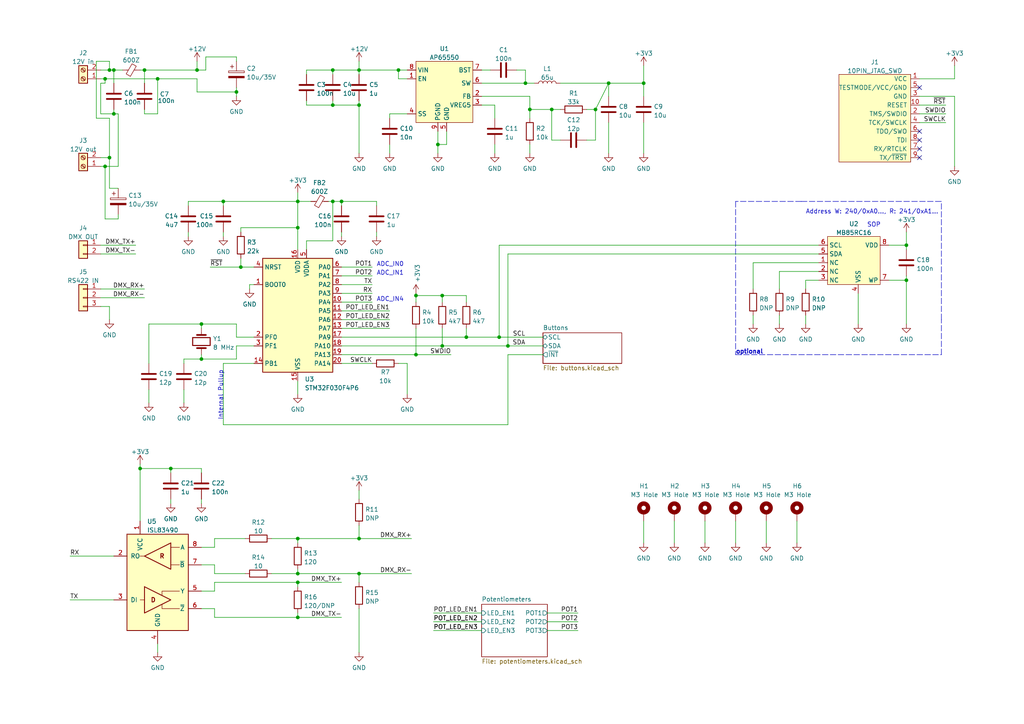
<source format=kicad_sch>
(kicad_sch (version 20211123) (generator eeschema)
  (paper "A4")
  (title_block (title "Microscope Ring Light Remote") (date "2022-07-23") (rev "v1.0") (company "Shimatta"))
  (lib_symbols
    (symbol "Connector:Screw_Terminal_01x02" (pin_names (offset 1.016) hide)
      (property "Reference" "J" (at 0 2.54 0))
      (property "Value" "Screw_Terminal_01x02" (at 0 -5.08 0))
      (symbol "Screw_Terminal_01x02_1_1"
        (rectangle (start -1.27 1.27) (end 1.27 -3.81) (stroke (width 0.254)) (fill (type background)))
        (circle (center 0 -2.54) (radius 0.635) (stroke (width 0.1524)))
        (polyline (pts (xy -0.5334 -2.2098) (xy 0.3302 -3.048)) (stroke (width 0.1524)))
        (polyline (pts (xy -0.5334 0.3302) (xy 0.3302 -0.508)) (stroke (width 0.1524)))
        (polyline (pts (xy -0.3556 -2.032) (xy 0.508 -2.8702)) (stroke (width 0.1524)))
        (polyline (pts (xy -0.3556 0.508) (xy 0.508 -0.3302)) (stroke (width 0.1524)))
        (circle (center 0 0) (radius 0.635) (stroke (width 0.1524)))
        (pin passive line (at -5.08 0 0) (length 3.81) (name "Pin_1") (number "1"))
        (pin passive line (at -5.08 -2.54 0) (length 3.81) (name "Pin_2") (number "2"))
      )
    )
    (symbol "Connector_Generic:Conn_01x02" (pin_names (offset 1.016) hide)
      (property "Reference" "J" (at 0 2.54 0))
      (property "Value" "Conn_01x02" (at 0 -5.08 0))
      (symbol "Conn_01x02_1_1"
        (rectangle (start -1.27 -2.413) (end 0 -2.667) (stroke (width 0.1524)))
        (rectangle (start -1.27 0.127) (end 0 -0.127) (stroke (width 0.1524)))
        (rectangle (start -1.27 1.27) (end 1.27 -3.81) (stroke (width 0.254)) (fill (type background)))
        (pin passive line (at -5.08 0 0) (length 3.81) (name "Pin_1") (number "1"))
        (pin passive line (at -5.08 -2.54 0) (length 3.81) (name "Pin_2") (number "2"))
      )
    )
    (symbol "Connector_Generic:Conn_01x03" (pin_names (offset 1.016) hide)
      (property "Reference" "J" (at 0 5.08 0))
      (property "Value" "Conn_01x03" (at 0 -5.08 0))
      (symbol "Conn_01x03_1_1"
        (rectangle (start -1.27 -2.413) (end 0 -2.667) (stroke (width 0.1524)))
        (rectangle (start -1.27 0.127) (end 0 -0.127) (stroke (width 0.1524)))
        (rectangle (start -1.27 2.667) (end 0 2.413) (stroke (width 0.1524)))
        (rectangle (start -1.27 3.81) (end 1.27 -3.81) (stroke (width 0.254)) (fill (type background)))
        (pin passive line (at -5.08 2.54 0) (length 3.81) (name "Pin_1") (number "1"))
        (pin passive line (at -5.08 0 0) (length 3.81) (name "Pin_2") (number "2"))
        (pin passive line (at -5.08 -2.54 0) (length 3.81) (name "Pin_3") (number "3"))
      )
    )
    (symbol "Device:C" (pin_numbers hide) (pin_names (offset 0.254))
      (property "Reference" "C" (at 0.635 2.54 0))
      (property "Value" "C" (at 0.635 -2.54 0))
      (symbol "C_0_1"
        (polyline (pts (xy -2.032 -0.762) (xy 2.032 -0.762)) (stroke (width 0.508)))
        (polyline (pts (xy -2.032 0.762) (xy 2.032 0.762)) (stroke (width 0.508)))
      )
      (symbol "C_1_1"
        (pin passive line (at 0 3.81 270) (length 2.794) (name "~") (number "1"))
        (pin passive line (at 0 -3.81 90) (length 2.794) (name "~") (number "2"))
      )
    )
    (symbol "Device:C_Polarized" (pin_numbers hide) (pin_names (offset 0.254))
      (property "Reference" "C" (at 0.635 2.54 0))
      (property "Value" "C_Polarized" (at 0.635 -2.54 0))
      (symbol "C_Polarized_0_1"
        (rectangle (start -2.286 0.508) (end 2.286 1.016))
        (polyline (pts (xy -1.778 2.286) (xy -0.762 2.286)))
        (polyline (pts (xy -1.27 2.794) (xy -1.27 1.778)))
        (rectangle (start 2.286 -0.508) (end -2.286 -1.016) (fill (type outline)))
      )
      (symbol "C_Polarized_1_1"
        (pin passive line (at 0 3.81 270) (length 2.794) (name "~") (number "1"))
        (pin passive line (at 0 -3.81 90) (length 2.794) (name "~") (number "2"))
      )
    )
    (symbol "Device:Crystal" (pin_numbers hide) (pin_names (offset 1.016) hide)
      (property "Reference" "Y" (at 0 3.81 0))
      (property "Value" "Crystal" (at 0 -3.81 0))
      (symbol "Crystal_0_1"
        (rectangle (start -1.143 2.54) (end 1.143 -2.54) (stroke (width 0.3048)))
        (polyline (pts (xy -2.54 0) (xy -1.905 0)))
        (polyline (pts (xy -1.905 -1.27) (xy -1.905 1.27)) (stroke (width 0.508)))
        (polyline (pts (xy 1.905 -1.27) (xy 1.905 1.27)) (stroke (width 0.508)))
        (polyline (pts (xy 2.54 0) (xy 1.905 0)))
      )
      (symbol "Crystal_1_1"
        (pin passive line (at -3.81 0 0) (length 1.27) (name "1") (number "1"))
        (pin passive line (at 3.81 0 180) (length 1.27) (name "2") (number "2"))
      )
    )
    (symbol "Device:FerriteBead_Small" (pin_numbers hide) (pin_names (offset 0))
      (property "Reference" "FB" (at 1.905 1.27 0))
      (property "Value" "FerriteBead_Small" (at 1.905 -1.27 0))
      (symbol "FerriteBead_Small_0_1"
        (polyline (pts (xy 0 -1.27) (xy 0 -0.7874)))
        (polyline (pts (xy 0 0.889) (xy 0 1.2954)))
        (polyline (pts (xy -1.8288 0.2794) (xy -1.1176 1.4986) (xy 1.8288 -0.2032) (xy 1.1176 -1.4224) (xy -1.8288 0.2794)))
      )
      (symbol "FerriteBead_Small_1_1"
        (pin passive line (at 0 2.54 270) (length 1.27) (name "~") (number "1"))
        (pin passive line (at 0 -2.54 90) (length 1.27) (name "~") (number "2"))
      )
    )
    (symbol "Device:L" (pin_numbers hide) (pin_names (offset 1.016) hide)
      (property "Reference" "L" (at -1.27 0 90))
      (property "Value" "L" (at 1.905 0 90))
      (symbol "L_0_1"
        (arc (start 0 -2.54) (mid 0.635 -1.905) (end 0 -1.27))
        (arc (start 0 -1.27) (mid 0.635 -0.635) (end 0 0))
        (arc (start 0 0) (mid 0.635 0.635) (end 0 1.27))
        (arc (start 0 1.27) (mid 0.635 1.905) (end 0 2.54))
      )
      (symbol "L_1_1"
        (pin passive line (at 0 3.81 270) (length 1.27) (name "1") (number "1"))
        (pin passive line (at 0 -3.81 90) (length 1.27) (name "2") (number "2"))
      )
    )
    (symbol "Device:R" (pin_numbers hide) (pin_names (offset 0))
      (property "Reference" "R" (at 2.032 0 90))
      (property "Value" "R" (at 0 0 90))
      (symbol "R_0_1"
        (rectangle (start -1.016 -2.54) (end 1.016 2.54) (stroke (width 0.254)))
      )
      (symbol "R_1_1"
        (pin passive line (at 0 3.81 270) (length 1.27) (name "~") (number "1"))
        (pin passive line (at 0 -3.81 90) (length 1.27) (name "~") (number "2"))
      )
    )
    (symbol "MCU_ST_STM32F0:STM32F030F4Px"
      (property "Reference" "U" (at -10.16 16.51 0))
      (property "Value" "STM32F030F4Px" (at 5.08 16.51 0))
      (symbol "STM32F030F4Px_0_1"
        (rectangle (start -10.16 -17.78) (end 10.16 15.24) (stroke (width 0.254)) (fill (type background)))
      )
      (symbol "STM32F030F4Px_1_1"
        (pin input line (at -12.7 7.62 0) (length 2.54) (name "BOOT0") (number "1"))
        (pin bidirectional line (at 12.7 2.54 180) (length 2.54) (name "PA4") (number "10"))
        (pin bidirectional line (at 12.7 0 180) (length 2.54) (name "PA5") (number "11"))
        (pin bidirectional line (at 12.7 -2.54 180) (length 2.54) (name "PA6") (number "12"))
        (pin bidirectional line (at 12.7 -5.08 180) (length 2.54) (name "PA7") (number "13"))
        (pin bidirectional line (at -12.7 -15.24 0) (length 2.54) (name "PB1") (number "14"))
        (pin power_in line (at 0 -20.32 90) (length 2.54) (name "VSS") (number "15"))
        (pin power_in line (at 0 17.78 270) (length 2.54) (name "VDD") (number "16"))
        (pin bidirectional line (at 12.7 -7.62 180) (length 2.54) (name "PA9") (number "17"))
        (pin bidirectional line (at 12.7 -10.16 180) (length 2.54) (name "PA10") (number "18"))
        (pin bidirectional line (at 12.7 -12.7 180) (length 2.54) (name "PA13") (number "19"))
        (pin input line (at -12.7 -7.62 0) (length 2.54) (name "PF0") (number "2"))
        (pin bidirectional line (at 12.7 -15.24 180) (length 2.54) (name "PA14") (number "20"))
        (pin input line (at -12.7 -10.16 0) (length 2.54) (name "PF1") (number "3"))
        (pin input line (at -12.7 12.7 0) (length 2.54) (name "NRST") (number "4"))
        (pin power_in line (at 2.54 17.78 270) (length 2.54) (name "VDDA") (number "5"))
        (pin bidirectional line (at 12.7 12.7 180) (length 2.54) (name "PA0") (number "6"))
        (pin bidirectional line (at 12.7 10.16 180) (length 2.54) (name "PA1") (number "7"))
        (pin bidirectional line (at 12.7 7.62 180) (length 2.54) (name "PA2") (number "8"))
        (pin bidirectional line (at 12.7 5.08 180) (length 2.54) (name "PA3") (number "9"))
      )
    )
    (symbol "Mechanical:MountingHole_Pad" (pin_numbers hide) (pin_names (offset 1.016) hide)
      (property "Reference" "H" (at 0 6.35 0))
      (property "Value" "MountingHole_Pad" (at 0 4.445 0))
      (symbol "MountingHole_Pad_0_1"
        (circle (center 0 1.27) (radius 1.27) (stroke (width 1.27)))
      )
      (symbol "MountingHole_Pad_1_1"
        (pin input line (at 0 -2.54 90) (length 2.54) (name "1") (number "1"))
      )
    )
    (symbol "power:+12V" (power) (pin_names (offset 0))
      (property "Value" "+12V" (at 0 3.556 0))
      (symbol "+12V_0_1"
        (polyline (pts (xy -0.762 1.27) (xy 0 2.54)))
        (polyline (pts (xy 0 0) (xy 0 2.54)))
        (polyline (pts (xy 0 2.54) (xy 0.762 1.27)))
      )
      (symbol "+12V_1_1"
        (pin power_in line (at 0 0 90) (length 0) hide (name "+12V") (number "1"))
      )
    )
    (symbol "power:+3V3" (power) (pin_names (offset 0))
      (property "Value" "+3V3" (at 0 3.556 0))
      (symbol "+3V3_0_1"
        (polyline (pts (xy -0.762 1.27) (xy 0 2.54)))
        (polyline (pts (xy 0 0) (xy 0 2.54)))
        (polyline (pts (xy 0 2.54) (xy 0.762 1.27)))
      )
      (symbol "+3V3_1_1"
        (pin power_in line (at 0 0 90) (length 0) hide (name "+3V3") (number "1"))
      )
    )
    (symbol "power:GND" (power) (pin_names (offset 0))
      (property "Value" "GND" (at 0 -3.81 0))
      (symbol "GND_0_1"
        (polyline (pts (xy 0 0) (xy 0 -1.27) (xy 1.27 -1.27) (xy 0 -2.54) (xy -1.27 -1.27) (xy 0 -1.27)))
      )
      (symbol "GND_1_1"
        (pin power_in line (at 0 0 270) (length 0) hide (name "GND") (number "1"))
      )
    )
    (symbol "shimatta_connectors:10PIN_JTAG_SWD" (pin_names (offset 1.016))
      (property "Reference" "J" (at -7.112 1.016 0))
      (property "Value" "10PIN_JTAG_SWD" (at 0.254 2.794 0))
      (symbol "10PIN_JTAG_SWD_0_1"
        (rectangle (start -20.828 0) (end 0 -25.4) (fill (type background)))
      )
      (symbol "10PIN_JTAG_SWD_1_1"
        (pin passive line (at 2.54 -1.27 180) (length 2.54) (name "VCC") (number "1"))
        (pin passive line (at 2.54 -8.89 180) (length 2.54) (name "RESET") (number "10"))
        (pin passive line (at 2.54 -11.43 180) (length 2.54) (name "TMS/SWDIO") (number "2"))
        (pin passive line (at 2.54 -6.35 180) (length 2.54) (name "GND") (number "3"))
        (pin passive line (at 2.54 -13.97 180) (length 2.54) (name "TCK/SWCLK") (number "4"))
        (pin passive line (at 2.54 -3.81 180) (length 2.54) (name "TESTMODE/VCC/GND") (number "5"))
        (pin passive line (at 2.54 -16.51 180) (length 2.54) (name "TDO/SWO") (number "6"))
        (pin passive line (at 2.54 -21.59 180) (length 2.54) (name "RX/RTCLK") (number "7"))
        (pin passive line (at 2.54 -19.05 180) (length 2.54) (name "TDI") (number "8"))
        (pin passive line (at 2.54 -24.13 180) (length 2.54) (name "TX/~{TRST}") (number "9"))
      )
    )
    (symbol "shimatta_interface:ISL83490" (pin_names (offset 1.016))
      (property "Reference" "U" (at -7.62 -15.24 0))
      (property "Value" "ISL83490" (at 0 15.24 0))
      (symbol "ISL83490_0_0"
        (text "D" (at -1.27 -5.08 0) (effects (font (size 1.27 1.27) bold)))
        (text "R" (at 1.27 7.62 0) (effects (font (size 1.27 1.27) bold)))
      )
      (symbol "ISL83490_0_1"
        (rectangle (start -8.89 13.97) (end 8.89 -13.97) (stroke (width 0.254)) (fill (type background)))
        (polyline (pts (xy -5.08 -5.08) (xy -3.81 -5.08)))
        (polyline (pts (xy -3.81 7.62) (xy -5.08 7.62)))
        (polyline (pts (xy 6.35 5.08) (xy 3.81 5.08) (xy 3.81 5.08)))
        (polyline (pts (xy 6.35 10.16) (xy 3.81 10.16) (xy 3.81 10.16)))
        (polyline (pts (xy 6.35 -7.62) (xy 1.27 -7.62) (xy 1.27 -6.35) (xy 1.27 -6.35)))
        (polyline (pts (xy 6.35 -2.54) (xy 1.27 -2.54) (xy 1.27 -3.81) (xy 1.27 -3.81)))
        (polyline (pts (xy -3.81 -1.27) (xy -3.81 -8.89) (xy 3.81 -5.08) (xy -3.81 -1.27) (xy -3.81 -1.27)) (stroke (width 0.254)))
        (polyline (pts (xy 3.81 11.43) (xy 3.81 3.81) (xy -3.81 7.62) (xy 3.81 11.43) (xy 3.81 11.43)) (stroke (width 0.254)))
      )
      (symbol "ISL83490_1_1"
        (pin power_in line (at -5.08 17.78 270) (length 3.81) (name "VCC") (number "1"))
        (pin output line (at -12.7 7.62 0) (length 3.81) (name "RO") (number "2"))
        (pin input line (at -12.7 -5.08 0) (length 3.81) (name "DI") (number "3"))
        (pin power_in line (at 0 -17.78 90) (length 3.81) (name "GND") (number "4"))
        (pin output line (at 12.7 -2.54 180) (length 3.81) (name "Y") (number "5"))
        (pin output line (at 12.7 -7.62 180) (length 3.81) (name "~{Z}") (number "6"))
        (pin input line (at 12.7 5.08 180) (length 3.81) (name "~{B}") (number "7"))
        (pin input line (at 12.7 10.16 180) (length 3.81) (name "A") (number "8"))
      )
    )
    (symbol "shimatta_ram:MB85RC16"
      (property "Reference" "U" (at 17.78 1.27 0))
      (property "Value" "MB85RC16" (at 5.08 1.27 0))
      (symbol "MB85RC16_0_1"
        (rectangle (start 0 0) (end 15.24 -13.97) (stroke (width 0.1524)) (fill (type background)))
      )
      (symbol "MB85RC16_1_1"
        (pin input line (at -2.54 -7.62 0) (length 2.54) (name "NC") (number "1"))
        (pin input line (at -2.54 -10.16 0) (length 2.54) (name "NC") (number "2"))
        (pin input line (at -2.54 -12.7 0) (length 2.54) (name "NC") (number "3"))
        (pin power_in line (at 8.89 -16.51 90) (length 2.54) (name "VSS") (number "4"))
        (pin bidirectional line (at -2.54 -5.08 0) (length 2.54) (name "SDA") (number "5"))
        (pin bidirectional line (at -2.54 -2.54 0) (length 2.54) (name "SCL") (number "6"))
        (pin input line (at 17.78 -12.7 180) (length 2.54) (name "WP") (number "7"))
        (pin power_in line (at 17.78 -2.54 180) (length 2.54) (name "VDD") (number "8"))
      )
    )
    (symbol "shimatta_regulators:AP65550"
      (property "Reference" "U" (at 1.27 1.27 0))
      (property "Value" "AP65550" (at 12.7 1.27 0))
      (symbol "AP65550_0_1"
        (rectangle (start 0 0) (end 16.51 -17.78) (stroke (width 0.1524)) (fill (type background)))
      )
      (symbol "AP65550_1_1"
        (pin input line (at -2.54 -5.08 0) (length 2.54) (name "EN") (number "1"))
        (pin input line (at 19.05 -10.16 180) (length 2.54) (name "FB") (number "2"))
        (pin passive line (at 19.05 -12.7 180) (length 2.54) (name "VREG5") (number "3"))
        (pin passive line (at -2.54 -15.24 0) (length 2.54) (name "SS") (number "4"))
        (pin power_in line (at 8.89 -20.32 90) (length 2.54) (name "GND") (number "5"))
        (pin power_out line (at 19.05 -6.35 180) (length 2.54) (name "SW") (number "6"))
        (pin passive line (at 19.05 -2.54 180) (length 2.54) (name "BST") (number "7"))
        (pin power_in line (at -2.54 -2.54 0) (length 2.54) (name "VIN") (number "8"))
        (pin power_in line (at 6.35 -20.32 90) (length 2.54) (name "PGND") (number "9"))
      )
    )
  )
  (junction (at 49.53 135.89))
  (junction (at 57.15 20.32))
  (junction (at 69.85 77.47))
  (junction (at 68.58 26.67))
  (junction (at 96.52 58.42))
  (junction (at 176.53 24.13))
  (junction (at 41.91 20.32))
  (junction (at 86.36 168.91))
  (junction (at 127 41.91))
  (junction (at 96.52 20.32))
  (junction (at 135.255 97.79))
  (junction (at 58.42 104.14))
  (junction (at 86.36 66.04))
  (junction (at 30.48 22.86))
  (junction (at 86.36 58.42))
  (junction (at 30.48 48.26))
  (junction (at 262.89 81.28))
  (junction (at 147.32 100.33))
  (junction (at 40.64 135.89))
  (junction (at 160.02 31.75))
  (junction (at 186.69 24.13))
  (junction (at 99.06 58.42))
  (junction (at 86.36 156.21))
  (junction (at 33.02 20.32))
  (junction (at 115.57 20.32))
  (junction (at 58.42 93.98))
  (junction (at 172.72 31.75))
  (junction (at 152.4 24.13))
  (junction (at 128.27 100.33))
  (junction (at 86.36 166.37))
  (junction (at 104.14 30.48))
  (junction (at 120.65 102.87))
  (junction (at 153.67 31.75))
  (junction (at 31.75 45.72))
  (junction (at 96.52 30.48))
  (junction (at 31.75 20.32))
  (junction (at 86.36 179.07))
  (junction (at 262.89 71.12))
  (junction (at 104.14 166.37))
  (junction (at 128.27 85.725))
  (junction (at 64.77 58.42))
  (junction (at 45.72 22.86))
  (junction (at 104.14 20.32))
  (junction (at 120.65 85.725))
  (junction (at 104.14 156.21))
  (junction (at 33.02 33.02))
  (junction (at 144.78 97.79))
  (no_connect (at 266.7 38.1))
  (no_connect (at 266.7 40.64))
  (no_connect (at 266.7 45.72))
  (no_connect (at 266.7 43.18))
  (no_connect (at 266.7 25.4))
  (wire (pts (xy 99.06 67.31) (xy 99.06 68.58)))
  (wire (pts (xy 78.74 156.21) (xy 86.36 156.21)))
  (wire (pts (xy 64.77 58.42) (xy 86.36 58.42)))
  (wire (pts (xy 86.36 156.21) (xy 86.36 157.48)))
  (wire (pts (xy 86.36 156.21) (xy 104.14 156.21)))
  (wire (pts (xy 104.14 17.78) (xy 104.14 20.32)))
  (wire (pts (xy 153.67 41.91) (xy 153.67 44.45)))
  (wire (pts (xy 120.65 85.725) (xy 120.65 85.09)))
  (wire (pts (xy 40.64 135.89) (xy 40.64 151.13)))
  (wire (pts (xy 125.73 180.34) (xy 139.7 180.34)))
  (wire (pts (xy 226.06 78.74) (xy 226.06 83.82)))
  (wire (pts (xy 176.53 24.13) (xy 186.69 24.13)))
  (wire (pts (xy 129.54 41.91) (xy 129.54 38.1)))
  (wire (pts (xy 73.66 82.55) (xy 72.39 82.55)))
  (wire (pts (xy 153.67 27.94) (xy 139.7 27.94)))
  (wire (pts (xy 109.22 58.42) (xy 109.22 59.69)))
  (wire (pts (xy 104.14 20.32) (xy 104.14 21.59)))
  (wire (pts (xy 31.75 34.29) (xy 27.94 34.29)))
  (wire (pts (xy 147.32 73.66) (xy 237.49 73.66)))
  (wire (pts (xy 128.27 100.33) (xy 147.32 100.33)))
  (wire (pts (xy 231.14 151.13) (xy 231.14 157.48)))
  (wire (pts (xy 30.48 22.86) (xy 45.72 22.86)))
  (wire (pts (xy 62.23 171.45) (xy 62.23 168.91)))
  (wire (pts (xy 99.06 82.55) (xy 107.95 82.55)))
  (wire (pts (xy 58.42 176.53) (xy 62.23 176.53)))
  (wire (pts (xy 115.57 20.32) (xy 104.14 20.32)))
  (wire (pts (xy 86.36 110.49) (xy 86.36 114.3)))
  (wire (pts (xy 64.77 67.31) (xy 64.77 68.58)))
  (wire (pts (xy 213.36 151.13) (xy 213.36 157.48)))
  (wire (pts (xy 34.29 62.23) (xy 34.29 63.5)))
  (wire (pts (xy 99.06 58.42) (xy 109.22 58.42)))
  (wire (pts (xy 43.18 93.98) (xy 43.18 105.41)))
  (wire (pts (xy 128.27 85.725) (xy 135.255 85.725)))
  (wire (pts (xy 172.72 40.64) (xy 172.72 31.75)))
  (wire (pts (xy 172.72 31.75) (xy 176.53 24.13)))
  (wire (pts (xy 96.52 30.48) (xy 88.9 30.48)))
  (wire (pts (xy 64.77 105.41) (xy 64.77 123.19)))
  (wire (pts (xy 62.23 166.37) (xy 71.12 166.37)))
  (wire (pts (xy 99.06 58.42) (xy 99.06 59.69)))
  (wire (pts (xy 218.44 91.44) (xy 218.44 93.98)))
  (wire (pts (xy 186.69 24.13) (xy 186.69 27.94)))
  (wire (pts (xy 157.48 102.87) (xy 147.32 102.87)))
  (wire (pts (xy 31.75 45.72) (xy 31.75 54.61)))
  (wire (pts (xy 58.42 158.75) (xy 62.23 158.75)))
  (wire (pts (xy 120.65 87.63) (xy 120.65 85.725)))
  (wire (pts (xy 40.64 134.62) (xy 40.64 135.89)))
  (wire (pts (xy 88.9 21.59) (xy 88.9 20.32)))
  (wire (pts (xy 115.57 22.86) (xy 115.57 20.32)))
  (wire (pts (xy 99.06 105.41) (xy 107.95 105.41)))
  (wire (pts (xy 59.69 20.32) (xy 57.15 20.32)))
  (wire (pts (xy 120.65 85.725) (xy 128.27 85.725)))
  (wire (pts (xy 54.61 67.31) (xy 54.61 68.58)))
  (wire (pts (xy 99.06 92.71) (xy 113.03 92.71)))
  (wire (pts (xy 160.02 31.75) (xy 162.56 31.75)))
  (wire (pts (xy 49.53 135.89) (xy 49.53 137.16)))
  (wire (pts (xy 147.32 73.66) (xy 147.32 100.33)))
  (wire (pts (xy 266.7 22.86) (xy 276.86 22.86)))
  (wire (pts (xy 266.7 30.48) (xy 274.32 30.48)))
  (wire (pts (xy 147.32 102.87) (xy 147.32 123.19)))
  (wire (pts (xy 29.21 86.36) (xy 41.91 86.36)))
  (wire (pts (xy 58.42 93.98) (xy 43.18 93.98)))
  (wire (pts (xy 99.06 100.33) (xy 128.27 100.33)))
  (wire (pts (xy 69.85 66.04) (xy 86.36 66.04)))
  (wire (pts (xy 128.27 95.25) (xy 128.27 100.33)))
  (wire (pts (xy 88.9 20.32) (xy 96.52 20.32)))
  (wire (pts (xy 58.42 171.45) (xy 62.23 171.45)))
  (wire (pts (xy 139.7 30.48) (xy 143.51 30.48)))
  (wire (pts (xy 127 41.91) (xy 127 44.45)))
  (wire (pts (xy 135.255 95.25) (xy 135.255 97.79)))
  (wire (pts (xy 64.77 105.41) (xy 73.66 105.41)))
  (wire (pts (xy 127 38.1) (xy 127 41.91)))
  (wire (pts (xy 64.77 58.42) (xy 64.77 59.69)))
  (polyline (pts (xy 273.05 102.87) (xy 273.05 92.71)))
  (wire (pts (xy 59.69 16.51) (xy 59.69 20.32)))
  (wire (pts (xy 153.67 31.75) (xy 160.02 31.75)))
  (wire (pts (xy 109.22 67.31) (xy 109.22 68.58)))
  (polyline (pts (xy 273.05 92.71) (xy 273.05 58.42)))
  (wire (pts (xy 96.52 58.42) (xy 96.52 69.85)))
  (wire (pts (xy 170.18 31.75) (xy 172.72 31.75)))
  (wire (pts (xy 68.58 104.14) (xy 58.42 104.14)))
  (wire (pts (xy 53.34 113.03) (xy 53.34 116.84)))
  (wire (pts (xy 62.23 158.75) (xy 62.23 156.21)))
  (wire (pts (xy 125.73 182.88) (xy 139.7 182.88)))
  (wire (pts (xy 68.58 26.67) (xy 68.58 27.94)))
  (wire (pts (xy 33.02 20.32) (xy 35.56 20.32)))
  (wire (pts (xy 57.15 26.67) (xy 68.58 26.67)))
  (wire (pts (xy 29.21 83.82) (xy 41.91 83.82)))
  (wire (pts (xy 29.21 73.66) (xy 39.37 73.66)))
  (wire (pts (xy 69.85 67.31) (xy 69.85 66.04)))
  (wire (pts (xy 266.7 27.94) (xy 276.86 27.94)))
  (wire (pts (xy 144.78 97.79) (xy 157.48 97.79)))
  (wire (pts (xy 104.14 142.24) (xy 104.14 144.78)))
  (wire (pts (xy 20.32 161.29) (xy 33.02 161.29)))
  (wire (pts (xy 45.72 33.02) (xy 45.72 22.86)))
  (wire (pts (xy 62.23 179.07) (xy 86.36 179.07)))
  (wire (pts (xy 27.94 34.29) (xy 27.94 17.78)))
  (wire (pts (xy 53.34 104.14) (xy 53.34 105.41)))
  (wire (pts (xy 86.36 179.07) (xy 99.06 179.07)))
  (wire (pts (xy 237.49 81.28) (xy 233.68 81.28)))
  (wire (pts (xy 96.52 20.32) (xy 104.14 20.32)))
  (wire (pts (xy 186.69 19.05) (xy 186.69 24.13)))
  (wire (pts (xy 158.75 177.8) (xy 167.64 177.8)))
  (wire (pts (xy 86.36 165.1) (xy 86.36 166.37)))
  (wire (pts (xy 135.255 97.79) (xy 144.78 97.79)))
  (wire (pts (xy 147.32 123.19) (xy 64.77 123.19)))
  (wire (pts (xy 233.68 81.28) (xy 233.68 83.82)))
  (wire (pts (xy 29.21 33.02) (xy 29.21 24.13)))
  (wire (pts (xy 33.02 31.75) (xy 33.02 33.02)))
  (wire (pts (xy 96.52 30.48) (xy 104.14 30.48)))
  (wire (pts (xy 158.75 182.88) (xy 167.64 182.88)))
  (wire (pts (xy 99.06 87.63) (xy 107.95 87.63)))
  (wire (pts (xy 248.92 85.09) (xy 248.92 93.98)))
  (wire (pts (xy 153.67 31.75) (xy 153.67 27.94)))
  (wire (pts (xy 58.42 163.83) (xy 62.23 163.83)))
  (wire (pts (xy 152.4 20.32) (xy 152.4 24.13)))
  (wire (pts (xy 176.53 24.13) (xy 176.53 27.94)))
  (wire (pts (xy 115.57 105.41) (xy 118.11 105.41)))
  (wire (pts (xy 104.14 29.21) (xy 104.14 30.48)))
  (wire (pts (xy 226.06 91.44) (xy 226.06 93.98)))
  (wire (pts (xy 144.78 71.12) (xy 237.49 71.12)))
  (wire (pts (xy 257.81 71.12) (xy 262.89 71.12)))
  (wire (pts (xy 86.36 168.91) (xy 86.36 170.18)))
  (wire (pts (xy 104.14 156.21) (xy 119.38 156.21)))
  (wire (pts (xy 262.89 67.31) (xy 262.89 71.12)))
  (wire (pts (xy 54.61 58.42) (xy 64.77 58.42)))
  (wire (pts (xy 96.52 58.42) (xy 99.06 58.42)))
  (wire (pts (xy 262.89 81.28) (xy 262.89 93.98)))
  (wire (pts (xy 57.15 17.78) (xy 57.15 20.32)))
  (wire (pts (xy 41.91 31.75) (xy 41.91 33.02)))
  (wire (pts (xy 276.86 19.05) (xy 276.86 22.86)))
  (wire (pts (xy 45.72 186.69) (xy 45.72 189.23)))
  (wire (pts (xy 30.48 63.5) (xy 30.48 48.26)))
  (wire (pts (xy 104.14 166.37) (xy 104.14 168.91)))
  (wire (pts (xy 34.29 48.26) (xy 34.29 33.02)))
  (wire (pts (xy 266.7 33.02) (xy 274.32 33.02)))
  (wire (pts (xy 41.91 20.32) (xy 41.91 24.13)))
  (wire (pts (xy 147.32 100.33) (xy 157.48 100.33)))
  (wire (pts (xy 128.27 85.725) (xy 128.27 87.63)))
  (wire (pts (xy 78.74 166.37) (xy 86.36 166.37)))
  (wire (pts (xy 88.9 30.48) (xy 88.9 29.21)))
  (wire (pts (xy 104.14 166.37) (xy 119.38 166.37)))
  (wire (pts (xy 86.36 166.37) (xy 104.14 166.37)))
  (wire (pts (xy 99.06 80.01) (xy 107.95 80.01)))
  (wire (pts (xy 40.64 20.32) (xy 41.91 20.32)))
  (wire (pts (xy 99.06 97.79) (xy 135.255 97.79)))
  (wire (pts (xy 186.69 151.13) (xy 186.69 157.48)))
  (wire (pts (xy 113.03 41.91) (xy 113.03 44.45)))
  (wire (pts (xy 120.65 95.25) (xy 120.65 102.87)))
  (wire (pts (xy 222.25 151.13) (xy 222.25 157.48)))
  (wire (pts (xy 125.73 177.8) (xy 139.7 177.8)))
  (wire (pts (xy 139.7 20.32) (xy 142.24 20.32)))
  (wire (pts (xy 68.58 17.78) (xy 68.58 16.51)))
  (wire (pts (xy 257.81 81.28) (xy 262.89 81.28)))
  (wire (pts (xy 86.36 177.8) (xy 86.36 179.07)))
  (wire (pts (xy 86.36 168.91) (xy 99.06 168.91)))
  (wire (pts (xy 58.42 104.14) (xy 58.42 102.87)))
  (wire (pts (xy 96.52 20.32) (xy 96.52 21.59)))
  (wire (pts (xy 118.11 33.02) (xy 113.03 33.02)))
  (wire (pts (xy 99.06 102.87) (xy 120.65 102.87)))
  (wire (pts (xy 29.21 48.26) (xy 30.48 48.26)))
  (wire (pts (xy 54.61 59.69) (xy 54.61 58.42)))
  (wire (pts (xy 118.11 22.86) (xy 115.57 22.86)))
  (polyline (pts (xy 232.41 58.42) (xy 273.05 58.42)))
  (wire (pts (xy 33.02 33.02) (xy 29.21 33.02)))
  (wire (pts (xy 69.85 77.47) (xy 73.66 77.47)))
  (wire (pts (xy 34.29 63.5) (xy 30.48 63.5)))
  (wire (pts (xy 99.06 77.47) (xy 107.95 77.47)))
  (wire (pts (xy 162.56 24.13) (xy 176.53 24.13)))
  (wire (pts (xy 99.06 90.17) (xy 113.03 90.17)))
  (wire (pts (xy 45.72 22.86) (xy 57.15 22.86)))
  (wire (pts (xy 29.21 22.86) (xy 30.48 22.86)))
  (wire (pts (xy 68.58 93.98) (xy 68.58 97.79)))
  (wire (pts (xy 58.42 137.16) (xy 58.42 135.89)))
  (wire (pts (xy 262.89 80.01) (xy 262.89 81.28)))
  (wire (pts (xy 96.52 29.21) (xy 96.52 30.48)))
  (wire (pts (xy 41.91 33.02) (xy 45.72 33.02)))
  (wire (pts (xy 40.64 135.89) (xy 49.53 135.89)))
  (wire (pts (xy 58.42 93.98) (xy 68.58 93.98)))
  (wire (pts (xy 120.65 102.87) (xy 130.81 102.87)))
  (wire (pts (xy 226.06 78.74) (xy 237.49 78.74)))
  (wire (pts (xy 31.75 17.78) (xy 31.75 20.32)))
  (wire (pts (xy 99.06 95.25) (xy 113.03 95.25)))
  (wire (pts (xy 95.25 58.42) (xy 96.52 58.42)))
  (wire (pts (xy 30.48 24.13) (xy 30.48 22.86)))
  (wire (pts (xy 143.51 41.91) (xy 143.51 44.45)))
  (wire (pts (xy 233.68 91.44) (xy 233.68 93.98)))
  (wire (pts (xy 86.36 58.42) (xy 90.17 58.42)))
  (wire (pts (xy 33.02 20.32) (xy 33.02 24.13)))
  (wire (pts (xy 62.23 176.53) (xy 62.23 179.07)))
  (wire (pts (xy 152.4 24.13) (xy 154.94 24.13)))
  (wire (pts (xy 30.48 48.26) (xy 34.29 48.26)))
  (wire (pts (xy 60.96 77.47) (xy 69.85 77.47)))
  (wire (pts (xy 62.23 163.83) (xy 62.23 166.37)))
  (wire (pts (xy 29.21 24.13) (xy 30.48 24.13)))
  (wire (pts (xy 58.42 144.78) (xy 58.42 146.05)))
  (wire (pts (xy 149.86 20.32) (xy 152.4 20.32)))
  (wire (pts (xy 31.75 88.9) (xy 31.75 92.71)))
  (wire (pts (xy 68.58 25.4) (xy 68.58 26.67)))
  (wire (pts (xy 86.36 55.88) (xy 86.36 58.42)))
  (wire (pts (xy 68.58 100.33) (xy 68.58 104.14)))
  (wire (pts (xy 276.86 27.94) (xy 276.86 48.26)))
  (wire (pts (xy 104.14 176.53) (xy 104.14 189.23)))
  (wire (pts (xy 115.57 20.32) (xy 118.11 20.32)))
  (wire (pts (xy 31.75 45.72) (xy 31.75 34.29)))
  (wire (pts (xy 186.69 35.56) (xy 186.69 44.45)))
  (wire (pts (xy 86.36 58.42) (xy 86.36 66.04)))
  (wire (pts (xy 266.7 35.56) (xy 274.32 35.56)))
  (wire (pts (xy 29.21 88.9) (xy 31.75 88.9)))
  (wire (pts (xy 20.32 173.99) (xy 33.02 173.99)))
  (wire (pts (xy 127 41.91) (xy 129.54 41.91)))
  (wire (pts (xy 262.89 71.12) (xy 262.89 72.39)))
  (wire (pts (xy 99.06 85.09) (xy 107.95 85.09)))
  (wire (pts (xy 143.51 30.48) (xy 143.51 34.29)))
  (wire (pts (xy 49.53 135.89) (xy 58.42 135.89)))
  (polyline (pts (xy 232.41 58.42) (xy 213.36 58.42)))
  (wire (pts (xy 113.03 33.02) (xy 113.03 34.29)))
  (wire (pts (xy 73.66 100.33) (xy 68.58 100.33)))
  (wire (pts (xy 162.56 40.64) (xy 160.02 40.64)))
  (wire (pts (xy 58.42 104.14) (xy 53.34 104.14)))
  (wire (pts (xy 62.23 156.21) (xy 71.12 156.21)))
  (wire (pts (xy 58.42 95.25) (xy 58.42 93.98)))
  (wire (pts (xy 160.02 31.75) (xy 160.02 40.64)))
  (wire (pts (xy 204.47 151.13) (xy 204.47 157.48)))
  (wire (pts (xy 176.53 35.56) (xy 176.53 44.45)))
  (wire (pts (xy 72.39 82.55) (xy 72.39 83.82)))
  (wire (pts (xy 139.7 24.13) (xy 152.4 24.13)))
  (wire (pts (xy 29.21 71.12) (xy 39.37 71.12)))
  (wire (pts (xy 118.11 105.41) (xy 118.11 114.3)))
  (wire (pts (xy 237.49 76.2) (xy 218.44 76.2)))
  (wire (pts (xy 41.91 20.32) (xy 57.15 20.32)))
  (wire (pts (xy 29.21 45.72) (xy 31.75 45.72)))
  (wire (pts (xy 144.78 97.79) (xy 144.78 71.12)))
  (wire (pts (xy 96.52 69.85) (xy 88.9 69.85)))
  (wire (pts (xy 170.18 40.64) (xy 172.72 40.64)))
  (wire (pts (xy 135.255 85.725) (xy 135.255 87.63)))
  (wire (pts (xy 68.58 16.51) (xy 59.69 16.51)))
  (wire (pts (xy 158.75 180.34) (xy 167.64 180.34)))
  (wire (pts (xy 218.44 76.2) (xy 218.44 83.82)))
  (wire (pts (xy 34.29 33.02) (xy 33.02 33.02)))
  (wire (pts (xy 88.9 69.85) (xy 88.9 72.39)))
  (wire (pts (xy 68.58 97.79) (xy 73.66 97.79)))
  (polyline (pts (xy 213.36 58.42) (xy 213.36 102.87)))
  (wire (pts (xy 153.67 34.29) (xy 153.67 31.75)))
  (wire (pts (xy 31.75 20.32) (xy 33.02 20.32)))
  (wire (pts (xy 49.53 144.78) (xy 49.53 146.05)))
  (wire (pts (xy 62.23 168.91) (xy 86.36 168.91)))
  (wire (pts (xy 86.36 66.04) (xy 86.36 72.39)))
  (wire (pts (xy 57.15 22.86) (xy 57.15 26.67)))
  (wire (pts (xy 29.21 20.32) (xy 31.75 20.32)))
  (wire (pts (xy 69.85 74.93) (xy 69.85 77.47)))
  (wire (pts (xy 104.14 30.48) (xy 104.14 44.45)))
  (wire (pts (xy 31.75 54.61) (xy 34.29 54.61)))
  (polyline (pts (xy 213.36 102.87) (xy 273.05 102.87)))
  (wire (pts (xy 195.58 151.13) (xy 195.58 157.48)))
  (wire (pts (xy 104.14 152.4) (xy 104.14 156.21)))
  (wire (pts (xy 27.94 17.78) (xy 31.75 17.78)))
  (wire (pts (xy 43.18 113.03) (xy 43.18 116.84)))
  (text "optional" (at 213.36 102.87 0) (effects (font (size 1.27 1.27) bold) (justify left bottom)))
  (text "ADC_IN1" (at 109.22 80.01 0) (effects (font (size 1.27 1.27)) (justify left bottom)))
  (text "Address W: 240/0xA0..., R: 241/0xA1..." (at 233.68 62.23 0) (effects (font (size 1.27 1.27)) (justify left bottom)))
  (text "Internal Pullup" (at 64.77 121.92 90) (effects (font (size 1.27 1.27)) (justify left bottom)))
  (text "SOP" (at 251.46 66.04 0) (effects (font (size 1.27 1.27)) (justify left bottom)))
  (text "ADC_IN4" (at 109.22 87.63 0) (effects (font (size 1.27 1.27)) (justify left bottom)))
  (text "ADC_IN0" (at 109.22 77.47 0) (effects (font (size 1.27 1.27)) (justify left bottom)))
  (label "DMX_RX+" (at 41.91 83.82 180))
  (label "POT_LED_EN3" (at 125.73 182.88 0))
  (label "POT_LED_EN2" (at 125.73 180.34 0))
  (label "POT1" (at 167.64 177.8 180))
  (label "SWDIO" (at 274.32 33.02 180))
  (label "DMX_TX-" (at 39.37 73.66 180))
  (label "POT_LED_EN3" (at 125.73 182.88 0))
  (label "POT_LED_EN1" (at 113.03 90.17 180))
  (label "POT_LED_EN2" (at 125.73 180.34 0))
  (label "POT2" (at 167.64 180.34 180))
  (label "SCL" (at 152.4 97.79 180))
  (label "~{RST}" (at 274.32 30.48 180))
  (label "TX" (at 107.95 82.55 180))
  (label "DMX_TX+" (at 99.06 168.91 180))
  (label "POT3" (at 107.95 87.63 180))
  (label "SWDIO" (at 130.81 102.87 180))
  (label "SWCLK" (at 274.32 35.56 180))
  (label "POT_LED_EN1" (at 125.73 177.8 0))
  (label "RX" (at 20.32 161.29 0))
  (label "POT_LED_EN2" (at 113.03 92.71 180))
  (label "POT2" (at 107.95 80.01 180))
  (label "DMX_RX+" (at 119.38 156.21 180))
  (label "POT3" (at 167.64 182.88 180))
  (label "DMX_RX-" (at 119.38 166.37 180))
  (label "DMX_TX+" (at 39.37 71.12 180))
  (label "SWCLK" (at 107.95 105.41 180))
  (label "POT1" (at 107.95 77.47 180))
  (label "TX" (at 20.32 173.99 0))
  (label "~{RST}" (at 60.96 77.47 0))
  (label "DMX_RX-" (at 41.91 86.36 180))
  (label "RX" (at 107.95 85.09 180))
  (label "DMX_TX-" (at 99.06 179.07 180))
  (label "SDA" (at 152.4 100.33 180))
  (label "POT_LED_EN3" (at 113.03 95.25 180))
  (symbol (lib_id "shimatta_connectors:10PIN_JTAG_SWD") (at 264.16 21.59 0) (unit 1)
    (property "Reference" "J1" (at 253.746 18.0172 0))
    (property "Value" "10PIN_JTAG_SWD" (at 253.746 20.5541 0))
    (property "Footprint" "Connector:Tag-Connect_TC2050-IDC-FP_2x05_P1.27mm_Vertical" (effects hide))
  )
  (symbol (lib_id "Mechanical:MountingHole_Pad") (at 231.14 148.59 0) (unit 1)
    (property "Reference" "H6" (at 229.87 140.97 0) (effects (justify left)))
    (property "Value" "M3 Hole" (at 227.33 143.51 0) (effects (justify left)))
    (property "Footprint" "MountingHole:MountingHole_3.2mm_M3_Pad_Via" (effects hide))
  )
  (symbol (lib_id "Device:C") (at 186.69 31.75 0) (unit 1)
    (property "Reference" "C9" (at 189.611 30.9153 0) (effects (justify left)))
    (property "Value" "10u" (at 189.611 33.4522 0) (effects (justify left)))
    (property "Footprint" "Capacitor_SMD:C_0805_2012Metric" (effects hide))
  )
  (symbol (lib_id "Device:R") (at 69.85 71.12 0) (unit 1)
    (property "Reference" "R3" (at 71.628 70.2853 0) (effects (justify left)))
    (property "Value" "22k" (at 71.628 72.8222 0) (effects (justify left)))
    (property "Footprint" "Resistor_SMD:R_0603_1608Metric" (effects hide))
  )
  (symbol (lib_id "Device:C_Polarized") (at 34.29 58.42 0) (unit 1)
    (property "Reference" "C13" (at 37.211 56.6963 0) (effects (justify left)))
    (property "Value" "10u/35V" (at 37.211 59.2332 0) (effects (justify left)))
    (property "Footprint" "Capacitor_SMD:CP_Elec_5x5.4" (effects hide))
  )
  (symbol (lib_id "Device:C") (at 262.89 76.2 0) (unit 1)
    (property "Reference" "C18" (at 265.811 75.3653 0) (effects (justify left)))
    (property "Value" "100n" (at 265.811 77.9022 0) (effects (justify left)))
    (property "Footprint" "Capacitor_SMD:C_0603_1608Metric" (effects hide))
  )
  (symbol (lib_id "power:GND") (at 113.03 44.45 0) (unit 1)
    (property "Reference" "#PWR07" (effects hide))
    (property "Value" "GND" (at 113.03 48.8934 0))
  )
  (symbol (lib_id "Mechanical:MountingHole_Pad") (at 195.58 148.59 0) (unit 1)
    (property "Reference" "H2" (at 194.31 140.97 0) (effects (justify left)))
    (property "Value" "M3 Hole" (at 191.77 143.51 0) (effects (justify left)))
    (property "Footprint" "MountingHole:MountingHole_3.2mm_M3_Pad_Via" (effects hide))
  )
  (symbol (lib_id "power:GND") (at 127 44.45 0) (unit 1)
    (property "Reference" "#PWR08" (effects hide))
    (property "Value" "GND" (at 127 48.8934 0))
  )
  (symbol (lib_id "Device:C") (at 96.52 25.4 0) (unit 1)
    (property "Reference" "C4" (at 99.441 24.5653 0) (effects (justify left)))
    (property "Value" "10u" (at 99.441 27.1022 0) (effects (justify left)))
    (property "Footprint" "Capacitor_SMD:C_1210_3225Metric" (effects hide))
  )
  (symbol (lib_id "Mechanical:MountingHole_Pad") (at 222.25 148.59 0) (unit 1)
    (property "Reference" "H5" (at 220.98 140.97 0) (effects (justify left)))
    (property "Value" "M3 Hole" (at 218.44 143.51 0) (effects (justify left)))
    (property "Footprint" "MountingHole:MountingHole_3.2mm_M3_Pad_Via" (effects hide))
  )
  (symbol (lib_id "Connector_Generic:Conn_01x03") (at 24.13 86.36 0) (mirror y) (unit 1)
    (property "Reference" "J5" (at 24.13 78.8502 0))
    (property "Value" "RS422 IN" (at 24.13 81.3871 0))
    (property "Footprint" "TerminalBlock:TerminalBlock_bornier-3_P5.08mm" (effects hide))
  )
  (symbol (lib_id "power:+3V3") (at 262.89 67.31 0) (unit 1)
    (property "Reference" "#PWR015" (effects hide))
    (property "Value" "+3V3" (at 262.89 63.7342 0))
  )
  (symbol (lib_id "power:+3V3") (at 86.36 55.88 0) (unit 1)
    (property "Reference" "#PWR014" (effects hide))
    (property "Value" "+3V3" (at 86.36 52.3042 0))
  )
  (symbol (lib_id "power:GND") (at 58.42 146.05 0) (unit 1)
    (property "Reference" "#PWR038" (effects hide))
    (property "Value" "GND" (at 58.42 150.4934 0))
  )
  (symbol (lib_id "Device:R") (at 104.14 172.72 0) (unit 1)
    (property "Reference" "R15" (at 105.918 171.8853 0) (effects (justify left)))
    (property "Value" "DNP" (at 105.918 174.4222 0) (effects (justify left)))
    (property "Footprint" "Resistor_SMD:R_MiniMELF_MMA-0204" (effects hide))
  )
  (symbol (lib_id "Device:R") (at 120.65 91.44 0) (unit 1)
    (property "Reference" "R4" (at 122.428 90.6053 0) (effects (justify left)))
    (property "Value" "10k" (at 122.428 93.1422 0) (effects (justify left)))
    (property "Footprint" "Resistor_SMD:R_0603_1608Metric" (effects hide))
  )
  (symbol (lib_id "power:GND") (at 248.92 93.98 0) (unit 1)
    (property "Reference" "#PWR023" (effects hide))
    (property "Value" "GND" (at 248.92 98.4234 0))
  )
  (symbol (lib_id "Device:C") (at 104.14 25.4 0) (unit 1)
    (property "Reference" "C5" (at 107.061 24.5653 0) (effects (justify left)))
    (property "Value" "1u" (at 107.061 27.1022 0) (effects (justify left)))
    (property "Footprint" "Capacitor_SMD:C_0805_2012Metric" (effects hide))
  )
  (symbol (lib_id "Device:FerriteBead_Small") (at 92.71 58.42 90) (unit 1)
    (property "Reference" "FB2" (at 92.6719 53.0184 90))
    (property "Value" "600Z" (at 92.6719 55.5553 90))
    (property "Footprint" "Inductor_SMD:L_0603_1608Metric" (effects hide))
  )
  (symbol (lib_id "Device:C") (at 33.02 27.94 0) (unit 1)
    (property "Reference" "C6" (at 35.941 27.1053 0) (effects (justify left)))
    (property "Value" "100n" (at 35.941 29.6422 0) (effects (justify left)))
    (property "Footprint" "Capacitor_SMD:C_0603_1608Metric" (effects hide))
  )
  (symbol (lib_id "power:+12V") (at 57.15 17.78 0) (unit 1)
    (property "Reference" "#PWR01" (effects hide))
    (property "Value" "+12V" (at 57.15 14.2042 0))
  )
  (symbol (lib_id "power:GND") (at 176.53 44.45 0) (unit 1)
    (property "Reference" "#PWR011" (effects hide))
    (property "Value" "GND" (at 176.53 48.8934 0))
  )
  (symbol (lib_id "Connector_Generic:Conn_01x02") (at 24.13 71.12 0) (mirror y) (unit 1)
    (property "Reference" "J4" (at 24.13 66.1502 0))
    (property "Value" "DMX OUT" (at 24.13 68.6871 0))
    (property "Footprint" "TerminalBlock:TerminalBlock_bornier-2_P5.08mm" (effects hide))
  )
  (symbol (lib_id "power:GND") (at 53.34 116.84 0) (unit 1)
    (property "Reference" "#PWR029" (effects hide))
    (property "Value" "GND" (at 53.34 121.2834 0))
  )
  (symbol (lib_id "power:GND") (at 143.51 44.45 0) (unit 1)
    (property "Reference" "#PWR09" (effects hide))
    (property "Value" "GND" (at 143.51 48.8934 0))
  )
  (symbol (lib_id "power:GND") (at 204.47 157.48 0) (unit 1)
    (property "Reference" "#PWR041" (effects hide))
    (property "Value" "GND" (at 204.47 161.9234 0))
  )
  (symbol (lib_id "power:GND") (at 231.14 157.48 0) (unit 1)
    (property "Reference" "#PWR044" (effects hide))
    (property "Value" "GND" (at 231.14 161.9234 0))
  )
  (symbol (lib_id "power:GND") (at 233.68 93.98 0) (unit 1)
    (property "Reference" "#PWR032" (effects hide))
    (property "Value" "GND" (at 233.68 98.4234 0))
  )
  (symbol (lib_id "power:GND") (at 54.61 68.58 0) (mirror y) (unit 1)
    (property "Reference" "#PWR016" (effects hide))
    (property "Value" "GND" (at 54.61 73.0234 0))
  )
  (symbol (lib_id "Device:R") (at 86.36 173.99 0) (unit 1)
    (property "Reference" "R16" (at 88.138 173.1553 0) (effects (justify left)))
    (property "Value" "120/DNP" (at 88.138 175.6922 0) (effects (justify left)))
    (property "Footprint" "Resistor_SMD:R_MiniMELF_MMA-0204" (effects hide))
  )
  (symbol (lib_id "Mechanical:MountingHole_Pad") (at 186.69 148.59 0) (unit 1)
    (property "Reference" "H1" (at 185.42 140.97 0) (effects (justify left)))
    (property "Value" "M3 Hole" (at 182.88 143.51 0) (effects (justify left)))
    (property "Footprint" "MountingHole:MountingHole_3.2mm_M3_Pad_Via" (effects hide))
  )
  (symbol (lib_id "power:GND") (at 153.67 44.45 0) (unit 1)
    (property "Reference" "#PWR010" (effects hide))
    (property "Value" "GND" (at 153.67 48.8934 0))
  )
  (symbol (lib_id "Device:Crystal") (at 58.42 99.06 90) (unit 1)
    (property "Reference" "Y1" (at 61.7474 98.2253 90) (effects (justify right)))
    (property "Value" "8 MHz" (at 61.7474 100.7622 90) (effects (justify right)))
    (property "Footprint" "Crystal:Crystal_SMD_HC49-SD" (effects hide))
  )
  (symbol (lib_id "power:GND") (at 213.36 157.48 0) (unit 1)
    (property "Reference" "#PWR042" (effects hide))
    (property "Value" "GND" (at 213.36 161.9234 0))
  )
  (symbol (lib_id "power:GND") (at 104.14 189.23 0) (unit 1)
    (property "Reference" "#PWR046" (effects hide))
    (property "Value" "GND" (at 104.14 193.6734 0))
  )
  (symbol (lib_id "power:+3V3") (at 40.64 134.62 0) (unit 1)
    (property "Reference" "#PWR035" (effects hide))
    (property "Value" "+3V3" (at 40.64 131.0442 0))
  )
  (symbol (lib_id "power:+3V3") (at 276.86 19.05 0) (unit 1)
    (property "Reference" "#PWR04" (effects hide))
    (property "Value" "+3V3" (at 276.86 15.4742 0))
  )
  (symbol (lib_id "Device:C_Polarized") (at 68.58 21.59 0) (unit 1)
    (property "Reference" "C2" (at 71.501 19.8663 0) (effects (justify left)))
    (property "Value" "10u/35V" (at 71.501 22.4032 0) (effects (justify left)))
    (property "Footprint" "Capacitor_SMD:CP_Elec_5x5.4" (effects hide))
  )
  (symbol (lib_id "Device:C") (at 49.53 140.97 0) (unit 1)
    (property "Reference" "C21" (at 52.451 140.1353 0) (effects (justify left)))
    (property "Value" "1u" (at 52.451 142.6722 0) (effects (justify left)))
    (property "Footprint" "Capacitor_SMD:C_0603_1608Metric" (effects hide))
  )
  (symbol (lib_id "power:GND") (at 72.39 83.82 0) (unit 1)
    (property "Reference" "#PWR021" (effects hide))
    (property "Value" "GND" (at 72.39 88.2634 0))
  )
  (symbol (lib_id "power:+3V3") (at 120.65 85.09 0) (unit 1)
    (property "Reference" "#PWR022" (effects hide))
    (property "Value" "+3V3" (at 121.0838 81.915 90) (effects (justify left)))
  )
  (symbol (lib_id "power:GND") (at 109.22 68.58 0) (mirror y) (unit 1)
    (property "Reference" "#PWR019" (effects hide))
    (property "Value" "GND" (at 109.22 73.0234 0))
  )
  (symbol (lib_id "Device:R") (at 74.93 156.21 90) (unit 1)
    (property "Reference" "R12" (at 74.93 151.4942 90))
    (property "Value" "10" (at 74.93 154.0311 90))
    (property "Footprint" "Resistor_SMD:R_MiniMELF_MMA-0204" (effects hide))
  )
  (symbol (lib_id "Connector:Screw_Terminal_01x02") (at 24.13 48.26 180) (unit 1)
    (property "Reference" "J3" (at 24.13 40.7502 0))
    (property "Value" "12V out" (at 24.13 43.2871 0))
    (property "Footprint" "TerminalBlock:TerminalBlock_bornier-2_P5.08mm" (effects hide))
  )
  (symbol (lib_id "Device:C") (at 43.18 109.22 0) (unit 1)
    (property "Reference" "C19" (at 46.101 108.3853 0) (effects (justify left)))
    (property "Value" "12p" (at 46.101 110.9222 0) (effects (justify left)))
    (property "Footprint" "Capacitor_SMD:C_0603_1608Metric" (effects hide))
  )
  (symbol (lib_id "Device:C") (at 109.22 63.5 0) (mirror y) (unit 1)
    (property "Reference" "C17" (at 112.141 62.6653 0) (effects (justify right)))
    (property "Value" "1u" (at 112.141 65.2022 0) (effects (justify right)))
    (property "Footprint" "Capacitor_SMD:C_0603_1608Metric" (effects hide))
  )
  (symbol (lib_id "Device:C") (at 166.37 40.64 90) (unit 1)
    (property "Reference" "C12" (at 166.37 34.7812 90))
    (property "Value" "12p" (at 166.37 37.3181 90))
    (property "Footprint" "Capacitor_SMD:C_0603_1608Metric" (effects hide))
  )
  (symbol (lib_id "shimatta_interface:ISL83490") (at 45.72 168.91 0) (unit 1)
    (property "Reference" "U5" (at 42.6594 151.2402 0) (effects (justify left)))
    (property "Value" "ISL83490" (at 42.6594 153.7771 0) (effects (justify left)))
    (property "Footprint" "Package_SO:SOIC-8_3.9x4.9mm_P1.27mm" (effects hide))
    (property "Datasheet" "https://www.mouser.de/datasheet/2/698/REN_isl83483_85_88_90_91_DST_20030328-1998551.pdf" (effects hide))
  )
  (symbol (lib_id "power:GND") (at 68.58 27.94 0) (unit 1)
    (property "Reference" "#PWR05" (effects hide))
    (property "Value" "GND" (at 68.58 32.3834 0))
  )
  (symbol (lib_id "Device:C") (at 54.61 63.5 0) (mirror y) (unit 1)
    (property "Reference" "C14" (at 51.689 62.6653 0) (effects (justify left)))
    (property "Value" "4u7" (at 51.689 65.2022 0) (effects (justify left)))
    (property "Footprint" "Capacitor_SMD:C_0603_1608Metric" (effects hide))
  )
  (symbol (lib_id "power:GND") (at 45.72 189.23 0) (unit 1)
    (property "Reference" "#PWR045" (effects hide))
    (property "Value" "GND" (at 45.72 193.6734 0))
  )
  (symbol (lib_id "Device:R") (at 135.255 91.44 0) (unit 1)
    (property "Reference" "R6" (at 137.033 90.6053 0) (effects (justify left)))
    (property "Value" "4k7" (at 137.033 93.1422 0) (effects (justify left)))
    (property "Footprint" "Resistor_SMD:R_0603_1608Metric" (effects hide))
  )
  (symbol (lib_id "Device:R") (at 111.76 105.41 90) (mirror x) (unit 1)
    (property "Reference" "R7" (at 111.76 107.95 90))
    (property "Value" "10k" (at 111.76 110.49 90))
    (property "Footprint" "Resistor_SMD:R_0603_1608Metric" (effects hide))
  )
  (symbol (lib_id "power:GND") (at 186.69 44.45 0) (unit 1)
    (property "Reference" "#PWR012" (effects hide))
    (property "Value" "GND" (at 186.69 48.8934 0))
  )
  (symbol (lib_id "power:+3V3") (at 104.14 142.24 0) (unit 1)
    (property "Reference" "#PWR036" (effects hide))
    (property "Value" "+3V3" (at 104.14 138.6642 0))
  )
  (symbol (lib_id "Device:C") (at 146.05 20.32 90) (unit 1)
    (property "Reference" "C1" (at 146.05 14.4612 90))
    (property "Value" "100n" (at 146.05 16.9981 90))
    (property "Footprint" "Capacitor_SMD:C_0603_1608Metric" (effects hide))
  )
  (symbol (lib_id "Device:C") (at 143.51 38.1 0) (unit 1)
    (property "Reference" "C11" (at 146.431 37.2653 0) (effects (justify left)))
    (property "Value" "1u" (at 146.431 39.8022 0) (effects (justify left)))
    (property "Footprint" "Capacitor_SMD:C_0603_1608Metric" (effects hide))
  )
  (symbol (lib_id "Device:R") (at 218.44 87.63 0) (unit 1)
    (property "Reference" "R8" (at 220.218 86.7953 0) (effects (justify left)))
    (property "Value" "DNP" (at 220.218 89.3322 0) (effects (justify left)))
    (property "Footprint" "Resistor_SMD:R_0603_1608Metric" (effects hide))
  )
  (symbol (lib_id "Device:C") (at 88.9 25.4 0) (unit 1)
    (property "Reference" "C3" (at 91.821 24.5653 0) (effects (justify left)))
    (property "Value" "100n" (at 91.821 27.1022 0) (effects (justify left)))
    (property "Footprint" "Capacitor_SMD:C_0603_1608Metric" (effects hide))
  )
  (symbol (lib_id "power:GND") (at 31.75 92.71 0) (unit 1)
    (property "Reference" "#PWR024" (effects hide))
    (property "Value" "GND" (at 31.75 97.1534 0))
  )
  (symbol (lib_id "power:GND") (at 104.14 44.45 0) (unit 1)
    (property "Reference" "#PWR06" (effects hide))
    (property "Value" "GND" (at 104.14 48.8934 0))
  )
  (symbol (lib_id "power:GND") (at 64.77 68.58 0) (mirror y) (unit 1)
    (property "Reference" "#PWR017" (effects hide))
    (property "Value" "GND" (at 64.77 73.0234 0))
  )
  (symbol (lib_id "Device:R") (at 166.37 31.75 270) (unit 1)
    (property "Reference" "R1" (at 166.37 27.0342 90))
    (property "Value" "33k" (at 166.37 29.5711 90))
    (property "Footprint" "Resistor_SMD:R_0603_1608Metric" (effects hide))
  )
  (symbol (lib_id "Device:C") (at 113.03 38.1 0) (unit 1)
    (property "Reference" "C10" (at 115.951 37.2653 0) (effects (justify left)))
    (property "Value" "10n" (at 115.951 39.8022 0) (effects (justify left)))
    (property "Footprint" "Capacitor_SMD:C_0603_1608Metric" (effects hide))
  )
  (symbol (lib_id "Device:C") (at 41.91 27.94 0) (unit 1)
    (property "Reference" "C7" (at 46.355 27.305 0) (effects (justify left)))
    (property "Value" "100n" (at 45.72 29.21 0) (effects (justify left)))
    (property "Footprint" "Capacitor_SMD:C_0603_1608Metric" (effects hide))
  )
  (symbol (lib_id "power:GND") (at 262.89 93.98 0) (unit 1)
    (property "Reference" "#PWR020" (effects hide))
    (property "Value" "GND" (at 262.89 98.4234 0))
  )
  (symbol (lib_id "Device:R") (at 86.36 161.29 0) (unit 1)
    (property "Reference" "R13" (at 88.138 160.4553 0) (effects (justify left)))
    (property "Value" "120" (at 88.138 162.9922 0) (effects (justify left)))
    (property "Footprint" "Resistor_SMD:R_MiniMELF_MMA-0204" (effects hide))
  )
  (symbol (lib_id "shimatta_regulators:AP65550") (at 120.65 17.78 0) (unit 1)
    (property "Reference" "U1" (at 128.905 14.131 0))
    (property "Value" "AP65550" (at 128.905 16.6679 0))
    (property "Footprint" "Package_SO:HSOP-8-1EP_3.9x4.9mm_P1.27mm_EP2.41x3.1mm" (effects hide))
  )
  (symbol (lib_id "Device:R") (at 128.27 91.44 0) (unit 1)
    (property "Reference" "R5" (at 130.048 90.6053 0) (effects (justify left)))
    (property "Value" "4k7" (at 130.048 93.1422 0) (effects (justify left)))
    (property "Footprint" "Resistor_SMD:R_0603_1608Metric" (effects hide))
  )
  (symbol (lib_id "power:GND") (at 186.69 157.48 0) (unit 1)
    (property "Reference" "#PWR039" (effects hide))
    (property "Value" "GND" (at 186.69 161.9234 0))
  )
  (symbol (lib_id "Device:C") (at 99.06 63.5 0) (mirror y) (unit 1)
    (property "Reference" "C16" (at 96.139 62.6653 0) (effects (justify left)))
    (property "Value" "100n" (at 96.139 65.2022 0) (effects (justify left)))
    (property "Footprint" "Capacitor_SMD:C_0603_1608Metric" (effects hide))
  )
  (symbol (lib_id "Mechanical:MountingHole_Pad") (at 213.36 148.59 0) (unit 1)
    (property "Reference" "H4" (at 212.09 140.97 0) (effects (justify left)))
    (property "Value" "M3 Hole" (at 209.55 143.51 0) (effects (justify left)))
    (property "Footprint" "MountingHole:MountingHole_3.2mm_M3_Pad_Via" (effects hide))
  )
  (symbol (lib_id "MCU_ST_STM32F0:STM32F030F4Px") (at 86.36 90.17 0) (unit 1)
    (property "Reference" "U3" (at 88.3794 109.9804 0) (effects (justify left)))
    (property "Value" "STM32F030F4P6" (at 88.3794 112.5173 0) (effects (justify left)))
    (property "Footprint" "Package_SO:TSSOP-20_4.4x6.5mm_P0.65mm" (effects hide))
    (property "Datasheet" "http://www.st.com/st-web-ui/static/active/en/resource/technical/document/datasheet/DM00088500.pdf" (effects hide))
  )
  (symbol (lib_id "Device:R") (at 153.67 38.1 0) (unit 1)
    (property "Reference" "R2" (at 155.448 37.2653 0) (effects (justify left)))
    (property "Value" "10k" (at 155.448 39.8022 0) (effects (justify left)))
    (property "Footprint" "Resistor_SMD:R_0603_1608Metric" (effects hide))
  )
  (symbol (lib_id "Device:C") (at 176.53 31.75 0) (unit 1)
    (property "Reference" "C8" (at 179.451 30.9153 0) (effects (justify left)))
    (property "Value" "10u" (at 179.451 33.4522 0) (effects (justify left)))
    (property "Footprint" "Capacitor_SMD:C_0805_2012Metric" (effects hide))
  )
  (symbol (lib_id "Device:C") (at 58.42 140.97 0) (unit 1)
    (property "Reference" "C22" (at 61.341 140.1353 0) (effects (justify left)))
    (property "Value" "100n" (at 61.341 142.6722 0) (effects (justify left)))
    (property "Footprint" "Capacitor_SMD:C_0603_1608Metric" (effects hide))
  )
  (symbol (lib_id "power:+3V3") (at 186.69 19.05 0) (unit 1)
    (property "Reference" "#PWR03" (effects hide))
    (property "Value" "+3V3" (at 186.69 15.4742 0))
  )
  (symbol (lib_id "power:GND") (at 118.11 114.3 0) (unit 1)
    (property "Reference" "#PWR027" (effects hide))
    (property "Value" "GND" (at 118.11 118.7434 0))
  )
  (symbol (lib_id "power:GND") (at 222.25 157.48 0) (unit 1)
    (property "Reference" "#PWR043" (effects hide))
    (property "Value" "GND" (at 222.25 161.9234 0))
  )
  (symbol (lib_id "power:GND") (at 276.86 48.26 0) (unit 1)
    (property "Reference" "#PWR013" (effects hide))
    (property "Value" "GND" (at 276.86 52.7034 0))
  )
  (symbol (lib_id "power:GND") (at 86.36 114.3 0) (unit 1)
    (property "Reference" "#PWR026" (effects hide))
    (property "Value" "GND" (at 86.36 118.7434 0))
  )
  (symbol (lib_id "Device:C") (at 53.34 109.22 0) (unit 1)
    (property "Reference" "C20" (at 56.261 108.3853 0) (effects (justify left)))
    (property "Value" "12p" (at 56.261 110.9222 0) (effects (justify left)))
    (property "Footprint" "Capacitor_SMD:C_0603_1608Metric" (effects hide))
  )
  (symbol (lib_id "power:GND") (at 195.58 157.48 0) (unit 1)
    (property "Reference" "#PWR040" (effects hide))
    (property "Value" "GND" (at 195.58 161.9234 0))
  )
  (symbol (lib_id "power:GND") (at 218.44 93.98 0) (unit 1)
    (property "Reference" "#PWR030" (effects hide))
    (property "Value" "GND" (at 218.44 98.4234 0))
  )
  (symbol (lib_id "Device:L") (at 158.75 24.13 90) (unit 1)
    (property "Reference" "L1" (at 158.75 19.9222 90))
    (property "Value" "65u" (at 158.75 22.4591 90))
    (property "Footprint" "Inductor_SMD:L_Bourns-SRN6028" (effects hide))
  )
  (symbol (lib_id "shimatta_ram:MB85RC16") (at 240.03 68.58 0) (unit 1)
    (property "Reference" "U2" (at 247.65 64.931 0))
    (property "Value" "MB85RC16" (at 247.65 67.4679 0))
    (property "Footprint" "Package_SO:SOIC-8_3.9x4.9mm_P1.27mm" (effects hide))
  )
  (symbol (lib_id "power:+12V") (at 104.14 17.78 0) (unit 1)
    (property "Reference" "#PWR02" (effects hide))
    (property "Value" "+12V" (at 104.14 14.2042 0))
  )
  (symbol (lib_id "Device:R") (at 104.14 148.59 0) (unit 1)
    (property "Reference" "R11" (at 105.918 147.7553 0) (effects (justify left)))
    (property "Value" "DNP" (at 105.918 150.2922 0) (effects (justify left)))
    (property "Footprint" "Resistor_SMD:R_MiniMELF_MMA-0204" (effects hide))
  )
  (symbol (lib_id "power:GND") (at 226.06 93.98 0) (unit 1)
    (property "Reference" "#PWR031" (effects hide))
    (property "Value" "GND" (at 226.06 98.4234 0))
  )
  (symbol (lib_id "power:GND") (at 43.18 116.84 0) (unit 1)
    (property "Reference" "#PWR028" (effects hide))
    (property "Value" "GND" (at 43.18 121.2834 0))
  )
  (symbol (lib_id "power:GND") (at 49.53 146.05 0) (unit 1)
    (property "Reference" "#PWR037" (effects hide))
    (property "Value" "GND" (at 49.53 150.4934 0))
  )
  (symbol (lib_id "Device:FerriteBead_Small") (at 38.1 20.32 90) (unit 1)
    (property "Reference" "FB1" (at 38.0619 14.9184 90))
    (property "Value" "600Z" (at 38.0619 17.4553 90))
    (property "Footprint" "Inductor_SMD:L_0603_1608Metric" (effects hide))
  )
  (symbol (lib_id "Device:C") (at 64.77 63.5 0) (mirror y) (unit 1)
    (property "Reference" "C15" (at 61.849 62.6653 0) (effects (justify left)))
    (property "Value" "100n" (at 61.849 65.2022 0) (effects (justify left)))
    (property "Footprint" "Capacitor_SMD:C_0603_1608Metric" (effects hide))
  )
  (symbol (lib_id "Connector:Screw_Terminal_01x02") (at 24.13 22.86 180) (unit 1)
    (property "Reference" "J2" (at 24.13 15.3502 0))
    (property "Value" "12V in" (at 24.13 17.8871 0))
    (property "Footprint" "TerminalBlock:TerminalBlock_bornier-2_P5.08mm" (effects hide))
  )
  (symbol (lib_id "Device:R") (at 74.93 166.37 90) (unit 1)
    (property "Reference" "R14" (at 74.93 161.6542 90))
    (property "Value" "10" (at 74.93 164.1911 90))
    (property "Footprint" "Resistor_SMD:R_MiniMELF_MMA-0204" (effects hide))
  )
  (symbol (lib_id "Mechanical:MountingHole_Pad") (at 204.47 148.59 0) (unit 1)
    (property "Reference" "H3" (at 203.2 140.97 0) (effects (justify left)))
    (property "Value" "M3 Hole" (at 200.66 143.51 0) (effects (justify left)))
    (property "Footprint" "MountingHole:MountingHole_3.2mm_M3_Pad_Via" (effects hide))
  )
  (symbol (lib_id "Device:R") (at 233.68 87.63 0) (unit 1)
    (property "Reference" "R10" (at 235.458 86.7953 0) (effects (justify left)))
    (property "Value" "DNP" (at 235.458 89.3322 0) (effects (justify left)))
    (property "Footprint" "Resistor_SMD:R_0603_1608Metric" (effects hide))
  )
  (symbol (lib_id "Device:R") (at 226.06 87.63 0) (unit 1)
    (property "Reference" "R9" (at 227.838 86.7953 0) (effects (justify left)))
    (property "Value" "DNP" (at 227.838 89.3322 0) (effects (justify left)))
    (property "Footprint" "Resistor_SMD:R_0603_1608Metric" (effects hide))
  )
  (symbol (lib_id "power:GND") (at 99.06 68.58 0) (mirror y) (unit 1)
    (property "Reference" "#PWR018" (effects hide))
    (property "Value" "GND" (at 99.06 73.0234 0))
  )
  (sheet (at 139.7 175.26) (size 19.05 15.24) (stroke (width 0.1524))
    (property "Sheet name" "Potentiometers" (at 139.7 174.5484 0) (effects (justify left bottom)))
    (property "Sheet file" "potentiometers.kicad_sch" (at 139.7 191.0846 0) (effects (justify left top)))
    (pin "LED_EN1" input (at 139.7 177.8 180))
    (pin "LED_EN2" input (at 139.7 180.34 180))
    (pin "LED_EN3" input (at 139.7 182.88 180))
    (pin "POT1" output (at 158.75 177.8 0))
    (pin "POT2" output (at 158.75 180.34 0))
    (pin "POT3" output (at 158.75 182.88 0))
  )
  (sheet (at 157.48 96.52) (size 22.86 8.89) (stroke (width 0.1524))
    (property "Sheet name" "Buttons" (at 157.48 95.8084 0) (effects (justify left bottom)))
    (property "Sheet file" "buttons.kicad_sch" (at 157.48 105.9946 0) (effects (justify left top)))
    (pin "SCL" bidirectional (at 157.48 97.79 180))
    (pin "SDA" bidirectional (at 157.48 100.33 180))
    (pin "~{INT}" output (at 157.48 102.87 180))
  )
)
</source>
